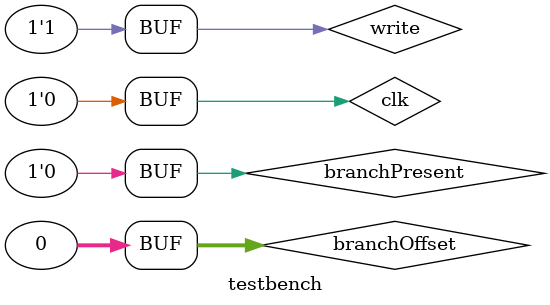
<source format=v>
`timescale 1ns/1ns

module testbench ();
    reg clk;
    wire write,branchPresent;
    wire [31:0] PC,branchOffset;
    wire [31:0] newPC,instruction;
    
    initial begin
        $dumpfile("testbench.vcd");
        $dumpvars(0,testbench);
        clk                  = 1;
        repeat(5) #50 clk = ~clk ;
    end


    assign branchOffset=32'b0;
    assign branchPresent=1'b0;
    assign write=1'b1;
    instructionFetch instructionFetch(clk,PC,branchPresent,branchOffset,instruction,write);
endmodule 

// test -> FAIL
</source>
